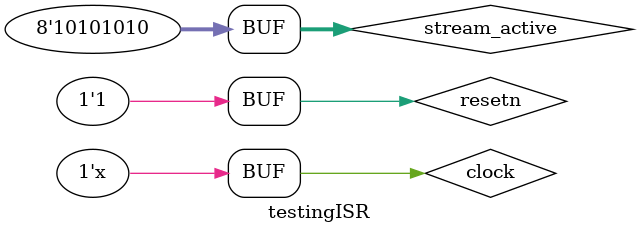
<source format=v>
`timescale 1us / 1ps

module testingISR;

	// Inputs
	reg clock;
	reg resetn;
	reg [7:0] stream_active;

	// Outputs
	wire [7:0] i_s_request;

	// Instantiate the Unit Under Test (UUT)
	ion_sensor_requester uut(.clock(clock), .resetn(resetn), .stream_active(stream_active), .i_s_request(i_s_request));
	
	always begin
		#1 clock = !clock;
	end

	initial begin
		// Initialize Inputs
		clock = 0;
		resetn = 0;
		stream_active = 0;

		// Wait 100 us for global reset to finish
		#100;
        
		// Add stimulus here
		#0 resetn = 1'b1;
		#0 stream_active = 8'hFF;
		
		#1000 stream_active = 8'h00;
		
		#2000 stream_active = 8'hAA;
	end
	
endmodule


</source>
